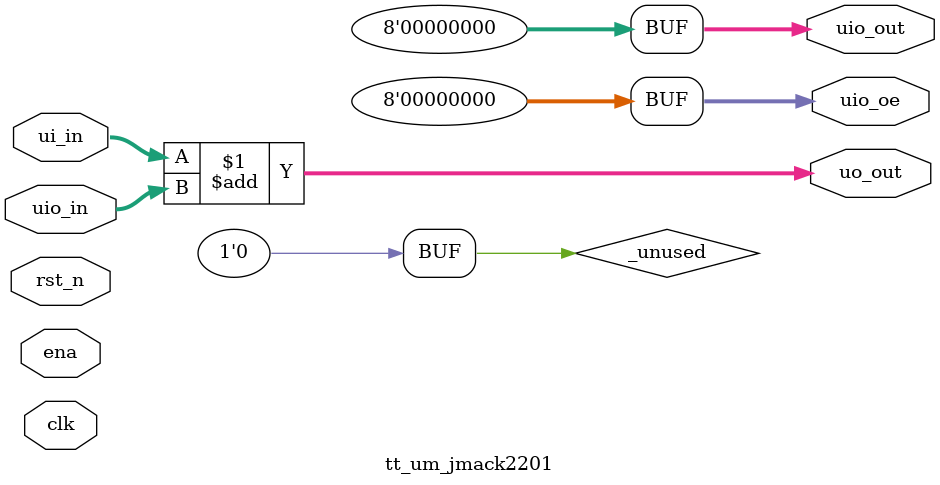
<source format=v>
/*
 * Copyright (c) 2024 Your Name
 * SPDX-License-Identifier: Apache-2.0
 */

`default_nettype none

module tt_um_jmack2201 (
    input  wire [7:0] ui_in,    // Dedicated inputs
    output wire [7:0] uo_out,   // Dedicated outputs
    input  wire [7:0] uio_in,   // IOs: Input path
    output wire [7:0] uio_out,  // IOs: Output path
    output wire [7:0] uio_oe,   // IOs: Enable path (active high: 0=input, 1=output)
    input  wire       ena,      // always 1 when the design is powered, so you can ignore it
    input  wire       clk,      // clock
    input  wire       rst_n     // reset_n - low to reset
);

  // All output pins must be assigned. If not used, assign to 0.
  assign uo_out  = ui_in + uio_in;  // Example: ou_out is the sum of ui_in and uio_in
  assign uio_out = 0;
  assign uio_oe  = 0;

  // List all unused inputs to prevent warnings
  wire _unused = &{ena, clk, rst_n, 1'b0};

endmodule

/*
IO assignments:
input:
0 vga_state 0
1 vga_state 1
2
3 audio_select 0
4 audio_select 1
5
6
7

output: for VGA
0 R0
1 R1
2 G0
3 G1
4 B0
5 B1
6 HSYNC
7 VSYNC

IO:
0 
1 
2 
3
4
5
6
7 PWM out
*/

</source>
